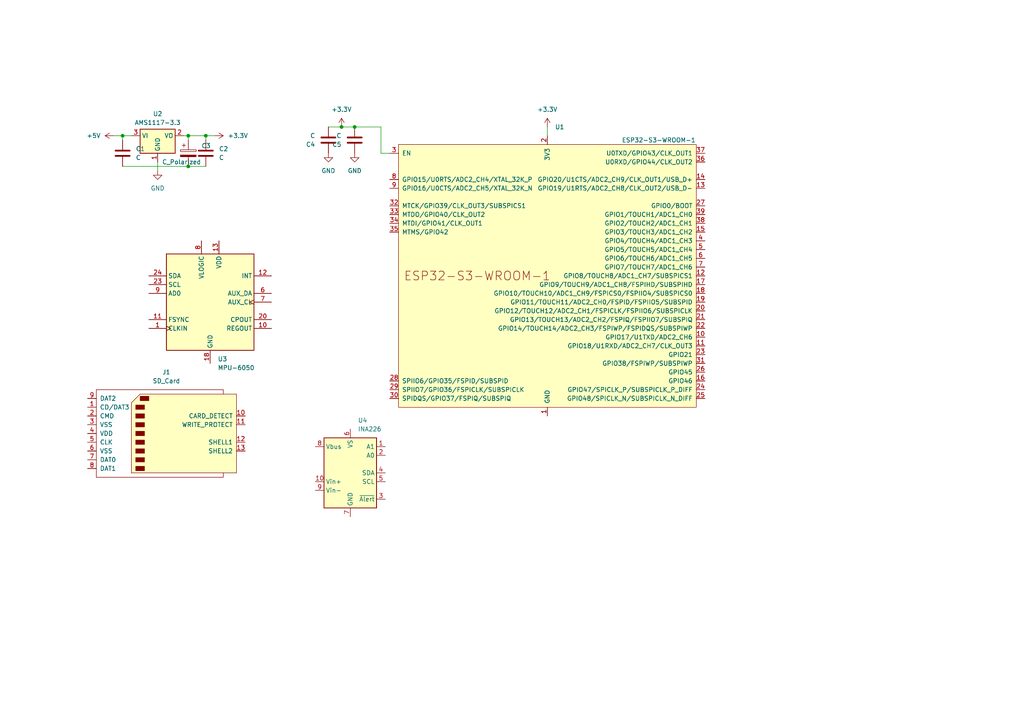
<source format=kicad_sch>
(kicad_sch (version 20230121) (generator eeschema)
  (paper "A4")
  (lib_symbols
    (symbol "Connector:SD_Card" (pin_names (offset 1.016))
      (property "Reference" "J" (at -16.51 13.97 0))
      (property "Value" "SD_Card" (at 15.24 -13.97 0))
      (symbol "SD_Card_0_1"
        (rectangle (start -8.89 -9.525) (end -6.35 -10.795) (fill (type outline)))
        (rectangle (start -8.89 -6.985) (end -6.35 -8.255) (fill (type outline)))
        (rectangle (start -8.89 -4.445) (end -6.35 -5.715) (fill (type outline)))
        (rectangle (start -8.89 -1.905) (end -6.35 -3.175) (fill (type outline)))
        (rectangle (start -8.89 0.635) (end -6.35 -0.635) (fill (type outline)))
        (rectangle (start -8.89 3.175) (end -6.35 1.905) (fill (type outline)))
        (rectangle (start -8.89 5.715) (end -6.35 4.445) (fill (type outline)))
        (rectangle (start -8.89 8.255) (end -6.35 6.985) (fill (type outline)))
        (rectangle (start -7.62 10.795) (end -5.08 9.525) (fill (type outline)))
        (polyline (pts (xy -10.16 8.89) (xy -7.62 11.43) (xy 20.32 11.43) (xy 20.32 -11.43) (xy -10.16 -11.43) (xy -10.16 8.89)) (fill (type background)))
        (polyline (pts (xy 16.51 11.43) (xy 16.51 12.7) (xy -20.32 12.7) (xy -20.32 -12.7) (xy 16.51 -12.7) (xy 16.51 -11.43)))
      )
      (symbol "SD_Card_1_1"
        (pin input line (at -22.86 7.62 0) (length 2.54) (name "CD/DAT3") (number "1"))
        (pin input line (at 22.86 5.08 180) (length 2.54) (name "CARD_DETECT") (number "10"))
        (pin input line (at 22.86 2.54 180) (length 2.54) (name "WRITE_PROTECT") (number "11"))
        (pin input line (at 22.86 -2.54 180) (length 2.54) (name "SHELL1") (number "12"))
        (pin input line (at 22.86 -5.08 180) (length 2.54) (name "SHELL2") (number "13"))
        (pin input line (at -22.86 5.08 0) (length 2.54) (name "CMD") (number "2"))
        (pin power_in line (at -22.86 2.54 0) (length 2.54) (name "VSS") (number "3"))
        (pin power_in line (at -22.86 0 0) (length 2.54) (name "VDD") (number "4"))
        (pin input line (at -22.86 -2.54 0) (length 2.54) (name "CLK") (number "5"))
        (pin power_in line (at -22.86 -5.08 0) (length 2.54) (name "VSS") (number "6"))
        (pin input line (at -22.86 -7.62 0) (length 2.54) (name "DAT0") (number "7"))
        (pin input line (at -22.86 -10.16 0) (length 2.54) (name "DAT1") (number "8"))
        (pin input line (at -22.86 10.16 0) (length 2.54) (name "DAT2") (number "9"))
      )
    )
    (symbol "Device:C" (pin_numbers hide) (pin_names (offset 0.254))
      (property "Reference" "C" (at 0.635 2.54 0))
      (property "Value" "C" (at 0.635 -2.54 0))
      (symbol "C_0_1"
        (polyline (pts (xy -2.032 -0.762) (xy 2.032 -0.762)) (stroke (width 0.508)))
        (polyline (pts (xy -2.032 0.762) (xy 2.032 0.762)) (stroke (width 0.508)))
      )
      (symbol "C_1_1"
        (pin passive line (at 0 3.81 270) (length 2.794) (name "~") (number "1"))
        (pin passive line (at 0 -3.81 90) (length 2.794) (name "~") (number "2"))
      )
    )
    (symbol "Device:C_Polarized" (pin_numbers hide) (pin_names (offset 0.254))
      (property "Reference" "C" (at 0.635 2.54 0))
      (property "Value" "C_Polarized" (at 0.635 -2.54 0))
      (symbol "C_Polarized_0_1"
        (rectangle (start -2.286 0.508) (end 2.286 1.016))
        (polyline (pts (xy -1.778 2.286) (xy -0.762 2.286)))
        (polyline (pts (xy -1.27 2.794) (xy -1.27 1.778)))
        (rectangle (start 2.286 -0.508) (end -2.286 -1.016) (fill (type outline)))
      )
      (symbol "C_Polarized_1_1"
        (pin passive line (at 0 3.81 270) (length 2.794) (name "~") (number "1"))
        (pin passive line (at 0 -3.81 90) (length 2.794) (name "~") (number "2"))
      )
    )
    (symbol "PCM_Espressif:ESP32-S3-WROOM-1" (pin_names (offset 1.016))
      (property "Reference" "U" (at -43.18 43.18 0))
      (property "Value" "ESP32-S3-WROOM-1" (at -43.18 40.64 0))
      (symbol "ESP32-S3-WROOM-1_0_0"
        (text "ESP32-S3-WROOM-1" (at -20.32 0 0) (effects (font (size 2.54 2.54))))
        (pin power_in line (at 0 -40.64 90) (length 2.54) (name "GND") (number "1"))
        (pin bidirectional line (at 45.72 -17.78 180) (length 2.54) (name "GPIO17/U1TXD/ADC2_CH6") (number "10"))
        (pin bidirectional line (at 45.72 -20.32 180) (length 2.54) (name "GPIO18/U1RXD/ADC2_CH7/CLK_OUT3") (number "11"))
        (pin bidirectional line (at 45.72 0 180) (length 2.54) (name "GPIO8/TOUCH8/ADC1_CH7/SUBSPICS1") (number "12"))
        (pin bidirectional line (at 45.72 25.4 180) (length 2.54) (name "GPIO19/U1RTS/ADC2_CH8/CLK_OUT2/USB_D-") (number "13"))
        (pin bidirectional line (at 45.72 27.94 180) (length 2.54) (name "GPIO20/U1CTS/ADC2_CH9/CLK_OUT1/USB_D+") (number "14"))
        (pin bidirectional line (at 45.72 12.7 180) (length 2.54) (name "GPIO3/TOUCH3/ADC1_CH2") (number "15"))
        (pin bidirectional line (at 45.72 -30.48 180) (length 2.54) (name "GPIO46") (number "16"))
        (pin bidirectional line (at 45.72 -2.54 180) (length 2.54) (name "GPIO9/TOUCH9/ADC1_CH8/FSPIHD/SUBSPIHD") (number "17"))
        (pin bidirectional line (at 45.72 -5.08 180) (length 2.54) (name "GPIO10/TOUCH10/ADC1_CH9/FSPICS0/FSPIIO4/SUBSPICS0") (number "18"))
        (pin bidirectional line (at 45.72 -7.62 180) (length 2.54) (name "GPIO11/TOUCH11/ADC2_CH0/FSPID/FSPIIO5/SUBSPID") (number "19"))
        (pin power_in line (at 0 40.64 270) (length 2.54) (name "3V3") (number "2"))
        (pin bidirectional line (at 45.72 -10.16 180) (length 2.54) (name "GPIO12/TOUCH12/ADC2_CH1/FSPICLK/FSPIIO6/SUBSPICLK") (number "20"))
        (pin bidirectional line (at 45.72 -12.7 180) (length 2.54) (name "GPIO13/TOUCH13/ADC2_CH2/FSPIQ/FSPIIO7/SUBSPIQ") (number "21"))
        (pin bidirectional line (at 45.72 -15.24 180) (length 2.54) (name "GPIO14/TOUCH14/ADC2_CH3/FSPIWP/FSPIDQS/SUBSPIWP") (number "22"))
        (pin bidirectional line (at 45.72 -22.86 180) (length 2.54) (name "GPIO21") (number "23"))
        (pin bidirectional line (at 45.72 -33.02 180) (length 2.54) (name "GPIO47/SPICLK_P/SUBSPICLK_P_DIFF") (number "24"))
        (pin bidirectional line (at 45.72 -35.56 180) (length 2.54) (name "GPIO48/SPICLK_N/SUBSPICLK_N_DIFF") (number "25"))
        (pin bidirectional line (at 45.72 -27.94 180) (length 2.54) (name "GPIO45") (number "26"))
        (pin bidirectional line (at 45.72 20.32 180) (length 2.54) (name "GPIO0/BOOT") (number "27"))
        (pin bidirectional line (at -45.72 -30.48 0) (length 2.54) (name "SPIIO6/GPIO35/FSPID/SUBSPID") (number "28"))
        (pin bidirectional line (at -45.72 -33.02 0) (length 2.54) (name "SPIIO7/GPIO36/FSPICLK/SUBSPICLK") (number "29"))
        (pin input line (at -45.72 35.56 0) (length 2.54) (name "EN") (number "3"))
        (pin bidirectional line (at -45.72 -35.56 0) (length 2.54) (name "SPIDQS/GPIO37/FSPIQ/SUBSPIQ") (number "30"))
        (pin bidirectional line (at 45.72 -25.4 180) (length 2.54) (name "GPIO38/FSPIWP/SUBSPIWP") (number "31"))
        (pin bidirectional line (at -45.72 20.32 0) (length 2.54) (name "MTCK/GPIO39/CLK_OUT3/SUBSPICS1") (number "32"))
        (pin bidirectional line (at -45.72 17.78 0) (length 2.54) (name "MTDO/GPIO40/CLK_OUT2") (number "33"))
        (pin bidirectional line (at -45.72 15.24 0) (length 2.54) (name "MTDI/GPIO41/CLK_OUT1") (number "34"))
        (pin bidirectional line (at -45.72 12.7 0) (length 2.54) (name "MTMS/GPIO42") (number "35"))
        (pin bidirectional line (at 45.72 33.02 180) (length 2.54) (name "U0RXD/GPIO44/CLK_OUT2") (number "36"))
        (pin bidirectional line (at 45.72 35.56 180) (length 2.54) (name "U0TXD/GPIO43/CLK_OUT1") (number "37"))
        (pin bidirectional line (at 45.72 15.24 180) (length 2.54) (name "GPIO2/TOUCH2/ADC1_CH1") (number "38"))
        (pin bidirectional line (at 45.72 17.78 180) (length 2.54) (name "GPIO1/TOUCH1/ADC1_CH0") (number "39"))
        (pin bidirectional line (at 45.72 10.16 180) (length 2.54) (name "GPIO4/TOUCH4/ADC1_CH3") (number "4"))
        (pin passive line (at 0 -40.64 90) (length 2.54) hide (name "GND") (number "40"))
        (pin passive line (at 0 -40.64 90) (length 2.54) hide (name "GND") (number "41"))
        (pin bidirectional line (at 45.72 7.62 180) (length 2.54) (name "GPIO5/TOUCH5/ADC1_CH4") (number "5"))
        (pin bidirectional line (at 45.72 5.08 180) (length 2.54) (name "GPIO6/TOUCH6/ADC1_CH5") (number "6"))
        (pin bidirectional line (at 45.72 2.54 180) (length 2.54) (name "GPIO7/TOUCH7/ADC1_CH6") (number "7"))
        (pin bidirectional line (at -45.72 27.94 0) (length 2.54) (name "GPIO15/U0RTS/ADC2_CH4/XTAL_32K_P") (number "8"))
        (pin bidirectional line (at -45.72 25.4 0) (length 2.54) (name "GPIO16/U0CTS/ADC2_CH5/XTAL_32K_N") (number "9"))
      )
      (symbol "ESP32-S3-WROOM-1_0_1"
        (rectangle (start -43.18 38.1) (end 43.18 -38.1) (fill (type background)))
      )
    )
    (symbol "Regulator_Linear:AMS1117-3.3"
      (property "Reference" "U" (at -3.81 3.175 0))
      (property "Value" "AMS1117-3.3" (at 0 3.175 0))
      (symbol "AMS1117-3.3_0_1"
        (rectangle (start -5.08 -5.08) (end 5.08 1.905) (stroke (width 0.254)) (fill (type background)))
      )
      (symbol "AMS1117-3.3_1_1"
        (pin power_in line (at 0 -7.62 90) (length 2.54) (name "GND") (number "1"))
        (pin power_out line (at 7.62 0 180) (length 2.54) (name "VO") (number "2"))
        (pin power_in line (at -7.62 0 0) (length 2.54) (name "VI") (number "3"))
      )
    )
    (symbol "Sensor_Energy:INA226"
      (property "Reference" "U" (at -6.35 11.43 0))
      (property "Value" "INA226" (at 3.81 11.43 0))
      (symbol "INA226_0_1"
        (rectangle (start 7.62 10.16) (end -7.62 -10.16) (stroke (width 0.254)) (fill (type background)))
      )
      (symbol "INA226_1_1"
        (pin input line (at 10.16 7.62 180) (length 2.54) (name "A1") (number "1"))
        (pin input line (at -10.16 -2.54 0) (length 2.54) (name "Vin+") (number "10"))
        (pin input line (at 10.16 5.08 180) (length 2.54) (name "A0") (number "2"))
        (pin open_collector line (at 10.16 -7.62 180) (length 2.54) (name "~{Alert}") (number "3"))
        (pin bidirectional line (at 10.16 0 180) (length 2.54) (name "SDA") (number "4"))
        (pin input line (at 10.16 -2.54 180) (length 2.54) (name "SCL") (number "5"))
        (pin power_in line (at 0 12.7 270) (length 2.54) (name "VS") (number "6"))
        (pin power_in line (at 0 -12.7 90) (length 2.54) (name "GND") (number "7"))
        (pin input line (at -10.16 7.62 0) (length 2.54) (name "Vbus") (number "8"))
        (pin input line (at -10.16 -5.08 0) (length 2.54) (name "Vin-") (number "9"))
      )
    )
    (symbol "Sensor_Motion:MPU-6050"
      (property "Reference" "U" (at -11.43 13.97 0))
      (property "Value" "MPU-6050" (at 7.62 -15.24 0))
      (symbol "MPU-6050_0_0"
        (text "" (at 12.7 -2.54 0) (effects (font (size 1.27 1.27))))
      )
      (symbol "MPU-6050_0_1"
        (rectangle (start -12.7 13.97) (end 12.7 -13.97) (stroke (width 0.254)) (fill (type background)))
      )
      (symbol "MPU-6050_1_1"
        (pin input clock (at -17.78 -7.62 0) (length 5.08) (name "CLKIN") (number "1"))
        (pin passive line (at 17.78 -7.62 180) (length 5.08) (name "REGOUT") (number "10"))
        (pin input line (at -17.78 -5.08 0) (length 5.08) (name "FSYNC") (number "11"))
        (pin output line (at 17.78 7.62 180) (length 5.08) (name "INT") (number "12"))
        (pin power_in line (at 2.54 17.78 270) (length 3.81) (name "VDD") (number "13"))
        (pin no_connect line (at -12.7 -10.16 0) (length 2.54) hide (name "NC") (number "14"))
        (pin no_connect line (at 12.7 12.7 180) (length 2.54) hide (name "NC") (number "15"))
        (pin no_connect line (at 12.7 10.16 180) (length 2.54) hide (name "NC") (number "16"))
        (pin no_connect line (at 12.7 5.08 180) (length 2.54) hide (name "NC") (number "17"))
        (pin power_in line (at 0 -17.78 90) (length 3.81) (name "GND") (number "18"))
        (pin no_connect line (at 12.7 -10.16 180) (length 2.54) hide (name "RESV") (number "19"))
        (pin no_connect line (at -12.7 12.7 0) (length 2.54) hide (name "NC") (number "2"))
        (pin passive line (at 17.78 -5.08 180) (length 5.08) (name "CPOUT") (number "20"))
        (pin no_connect line (at 12.7 -2.54 180) (length 2.54) hide (name "RESV") (number "21"))
        (pin no_connect line (at 12.7 -12.7 180) (length 2.54) hide (name "RESV") (number "22"))
        (pin input line (at -17.78 5.08 0) (length 5.08) (name "SCL") (number "23"))
        (pin bidirectional line (at -17.78 7.62 0) (length 5.08) (name "SDA") (number "24"))
        (pin no_connect line (at -12.7 10.16 0) (length 2.54) hide (name "NC") (number "3"))
        (pin no_connect line (at -12.7 0 0) (length 2.54) hide (name "NC") (number "4"))
        (pin no_connect line (at -12.7 -2.54 0) (length 2.54) hide (name "NC") (number "5"))
        (pin bidirectional line (at 17.78 2.54 180) (length 5.08) (name "AUX_DA") (number "6"))
        (pin output clock (at 17.78 0 180) (length 5.08) (name "AUX_CL") (number "7"))
        (pin power_in line (at -2.54 17.78 270) (length 3.81) (name "VLOGIC") (number "8"))
        (pin input line (at -17.78 2.54 0) (length 5.08) (name "AD0") (number "9"))
      )
    )
    (symbol "power:+3.3V" (power) (pin_names (offset 0))
      (property "Value" "+3.3V" (at 0 3.556 0))
      (symbol "+3.3V_0_1"
        (polyline (pts (xy -0.762 1.27) (xy 0 2.54)))
        (polyline (pts (xy 0 0) (xy 0 2.54)))
        (polyline (pts (xy 0 2.54) (xy 0.762 1.27)))
      )
      (symbol "+3.3V_1_1"
        (pin power_in line (at 0 0 90) (length 0) hide (name "+3.3V") (number "1"))
      )
    )
    (symbol "power:+5V" (power) (pin_names (offset 0))
      (property "Value" "+5V" (at 0 3.556 0))
      (symbol "+5V_0_1"
        (polyline (pts (xy -0.762 1.27) (xy 0 2.54)))
        (polyline (pts (xy 0 0) (xy 0 2.54)))
        (polyline (pts (xy 0 2.54) (xy 0.762 1.27)))
      )
      (symbol "+5V_1_1"
        (pin power_in line (at 0 0 90) (length 0) hide (name "+5V") (number "1"))
      )
    )
    (symbol "power:GND" (power) (pin_names (offset 0))
      (property "Value" "GND" (at 0 -3.81 0))
      (symbol "GND_0_1"
        (polyline (pts (xy 0 0) (xy 0 -1.27) (xy 1.27 -1.27) (xy 0 -2.54) (xy -1.27 -1.27) (xy 0 -1.27)))
      )
      (symbol "GND_1_1"
        (pin power_in line (at 0 0 270) (length 0) hide (name "GND") (number "1"))
      )
    )
  )
  (junction (at 35.56 39.37))
  (junction (at 99.06 36.83))
  (junction (at 59.69 39.37))
  (junction (at 102.87 36.83))
  (junction (at 54.61 48.26))
  (junction (at 54.61 39.37))
  (wire (pts (xy 35.56 48.26) (xy 54.61 48.26)))
  (wire (pts (xy 110.49 44.45) (xy 113.03 44.45)))
  (wire (pts (xy 59.69 39.37) (xy 54.61 39.37)))
  (wire (pts (xy 35.56 40.64) (xy 35.56 39.37)))
  (wire (pts (xy 54.61 40.64) (xy 54.61 39.37)))
  (wire (pts (xy 59.69 40.64) (xy 59.69 39.37)))
  (wire (pts (xy 110.49 36.83) (xy 110.49 44.45)))
  (wire (pts (xy 33.02 39.37) (xy 35.56 39.37)))
  (wire (pts (xy 59.69 39.37) (xy 62.23 39.37)))
  (wire (pts (xy 45.72 46.99) (xy 45.72 49.53)))
  (wire (pts (xy 99.06 36.83) (xy 102.87 36.83)))
  (wire (pts (xy 54.61 48.26) (xy 59.69 48.26)))
  (wire (pts (xy 95.25 36.83) (xy 99.06 36.83)))
  (wire (pts (xy 35.56 39.37) (xy 38.1 39.37)))
  (wire (pts (xy 158.75 36.83) (xy 158.75 39.37)))
  (wire (pts (xy 102.87 36.83) (xy 110.49 36.83)))
  (wire (pts (xy 54.61 39.37) (xy 53.34 39.37)))
  (symbol (lib_id "Device:C") (at 95.25 40.64 180) (unit 1)
    (property "Reference" "C4" (at 91.44 41.91 0) (effects (justify left)))
    (property "Value" "C" (at 91.44 39.37 0) (effects (justify left)))
  )
  (symbol (lib_id "power:+3.3V") (at 62.23 39.37 270) (unit 1)
    (property "Reference" "#PWR03" (effects hide))
    (property "Value" "+3.3V" (at 66.04 39.37 90) (effects (justify left)))
  )
  (symbol (lib_id "power:GND") (at 45.72 49.53 0) (unit 1)
    (property "Reference" "#PWR01" (effects hide))
    (property "Value" "GND" (at 45.72 54.61 0))
  )
  (symbol (lib_id "Sensor_Energy:INA226") (at 101.6 137.16 0) (unit 1)
    (property "Reference" "U4" (at 103.7941 121.92 0) (effects (justify left)))
    (property "Value" "INA226" (at 103.7941 124.46 0) (effects (justify left)))
    (property "Footprint" "Package_SO:VSSOP-10_3x3mm_P0.5mm" (effects hide))
    (property "Datasheet" "http://www.ti.com/lit/ds/symlink/ina226.pdf" (effects hide))
  )
  (symbol (lib_id "Sensor_Motion:MPU-6050") (at 60.96 87.63 0) (unit 1)
    (property "Reference" "U3" (at 63.1541 104.14 0) (effects (justify left)))
    (property "Value" "MPU-6050" (at 63.1541 106.68 0) (effects (justify left)))
    (property "Footprint" "Sensor_Motion:InvenSense_QFN-24_4x4mm_P0.5mm" (effects hide))
    (property "Datasheet" "https://invensense.tdk.com/wp-content/uploads/2015/02/MPU-6000-Datasheet1.pdf" (effects hide))
  )
  (symbol (lib_id "Device:C") (at 102.87 40.64 180) (unit 1)
    (property "Reference" "C5" (at 99.06 41.91 0) (effects (justify left)))
    (property "Value" "C" (at 99.06 39.37 0) (effects (justify left)))
  )
  (symbol (lib_id "power:+3.3V") (at 99.06 36.83 0) (unit 1)
    (property "Reference" "#PWR05" (effects hide))
    (property "Value" "+3.3V" (at 99.06 31.75 0))
  )
  (symbol (lib_id "power:+5V") (at 33.02 39.37 90) (unit 1)
    (property "Reference" "#PWR02" (effects hide))
    (property "Value" "+5V" (at 29.21 39.37 90) (effects (justify left)))
  )
  (symbol (lib_id "Device:C") (at 59.69 44.45 0) (unit 1)
    (property "Reference" "C2" (at 63.5 43.18 0) (effects (justify left)))
    (property "Value" "C" (at 63.5 45.72 0) (effects (justify left)))
  )
  (symbol (lib_id "Connector:SD_Card") (at 48.26 125.73 0) (unit 1)
    (property "Reference" "J1" (at 48.26 107.95 0))
    (property "Value" "SD_Card" (at 48.26 110.49 0))
    (property "Datasheet" "http://portal.fciconnect.com/Comergent//fci/drawing/10067847.pdf" (effects hide))
  )
  (symbol (lib_id "PCM_Espressif:ESP32-S3-WROOM-1") (at 158.75 80.01 0) (unit 1)
    (property "Reference" "U1" (at 160.9441 36.83 0) (effects (justify left)))
    (property "Value" "ESP32-S3-WROOM-1" (at 180.34 40.64 0) (effects (justify left)))
    (property "Footprint" "PCM_Espressif:ESP32-S3-WROOM-1" (effects hide))
    (property "Datasheet" "https://www.espressif.com/sites/default/files/documentation/esp32-s3-wroom-1_wroom-1u_datasheet_en.pdf" (effects hide))
  )
  (symbol (lib_id "Regulator_Linear:AMS1117-3.3") (at 45.72 39.37 0) (unit 1)
    (property "Reference" "U2" (at 45.72 33.02 0))
    (property "Value" "AMS1117-3.3" (at 45.72 35.56 0))
    (property "Footprint" "Package_TO_SOT_SMD:SOT-223-3_TabPin2" (effects hide))
    (property "Datasheet" "http://www.advanced-monolithic.com/pdf/ds1117.pdf" (effects hide))
  )
  (symbol (lib_id "power:GND") (at 95.25 44.45 0) (unit 1)
    (property "Reference" "#PWR07" (effects hide))
    (property "Value" "GND" (at 95.25 49.53 0))
  )
  (symbol (lib_id "Device:C") (at 35.56 44.45 0) (unit 1)
    (property "Reference" "C1" (at 39.37 43.18 0) (effects (justify left)))
    (property "Value" "C" (at 39.37 45.72 0) (effects (justify left)))
  )
  (symbol (lib_id "Device:C_Polarized") (at 54.61 44.45 0) (unit 1)
    (property "Reference" "C3" (at 58.42 42.291 0) (effects (justify left)))
    (property "Value" "C_Polarized" (at 46.99 46.99 0) (effects (justify left)))
  )
  (symbol (lib_id "power:+3.3V") (at 158.75 36.83 0) (unit 1)
    (property "Reference" "#PWR04" (effects hide))
    (property "Value" "+3.3V" (at 158.75 31.75 0))
  )
  (symbol (lib_id "power:GND") (at 102.87 44.45 0) (unit 1)
    (property "Reference" "#PWR06" (effects hide))
    (property "Value" "GND" (at 102.87 49.53 0))
  )
)
</source>
